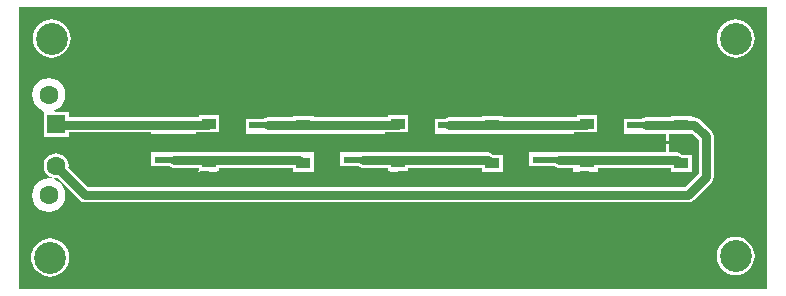
<source format=gtl>
G04*
G04 #@! TF.GenerationSoftware,Altium Limited,Altium Designer,20.0.9 (164)*
G04*
G04 Layer_Physical_Order=1*
G04 Layer_Color=255*
%FSLAX25Y25*%
%MOIN*%
G70*
G01*
G75*
%ADD10C,0.01000*%
%ADD12R,0.04803X0.03583*%
%ADD13R,0.12992X0.01968*%
%ADD14R,0.12992X0.05118*%
%ADD23C,0.03000*%
%ADD24C,0.10630*%
%ADD25R,0.06299X0.06299*%
%ADD26C,0.06299*%
%ADD27C,0.02362*%
%ADD28C,0.01968*%
G36*
X250971Y1529D02*
X1529D01*
Y95471D01*
X250971D01*
Y1529D01*
D02*
G37*
%LPC*%
G36*
X240500Y91346D02*
X239262Y91224D01*
X238072Y90863D01*
X236975Y90276D01*
X236013Y89487D01*
X235224Y88525D01*
X234637Y87428D01*
X234276Y86238D01*
X234155Y85000D01*
X234276Y83762D01*
X234637Y82572D01*
X235224Y81475D01*
X236013Y80513D01*
X236975Y79724D01*
X238072Y79137D01*
X239262Y78776D01*
X240500Y78654D01*
X241738Y78776D01*
X242928Y79137D01*
X244025Y79724D01*
X244987Y80513D01*
X245776Y81475D01*
X246362Y82572D01*
X246724Y83762D01*
X246846Y85000D01*
X246724Y86238D01*
X246362Y87428D01*
X245776Y88525D01*
X244987Y89487D01*
X244025Y90276D01*
X242928Y90863D01*
X241738Y91224D01*
X240500Y91346D01*
D02*
G37*
G36*
X12500D02*
X11262Y91224D01*
X10072Y90863D01*
X8975Y90276D01*
X8013Y89487D01*
X7224Y88525D01*
X6638Y87428D01*
X6276Y86238D01*
X6154Y85000D01*
X6276Y83762D01*
X6638Y82572D01*
X7224Y81475D01*
X8013Y80513D01*
X8975Y79724D01*
X10072Y79137D01*
X11262Y78776D01*
X12370Y78667D01*
D01*
X12500Y78654D01*
X13738Y78776D01*
X14928Y79137D01*
X16025Y79724D01*
X16987Y80513D01*
X17776Y81475D01*
X18362Y82572D01*
X18724Y83762D01*
X18846Y85000D01*
X18724Y86238D01*
X18362Y87428D01*
X17776Y88525D01*
X16987Y89487D01*
X16025Y90276D01*
X14928Y90863D01*
X13738Y91224D01*
X12500Y91346D01*
D02*
G37*
G36*
X131354Y59405D02*
X124551D01*
Y58868D01*
X99858D01*
Y59091D01*
X93055D01*
Y58848D01*
X84646D01*
X84646Y58848D01*
X83670Y58654D01*
X83115Y58284D01*
X77150D01*
Y54453D01*
Y54431D01*
Y54315D01*
X77150Y54315D01*
Y53953D01*
X77150D01*
Y53150D01*
X123638D01*
Y53770D01*
X127819D01*
X128085Y53823D01*
X131354D01*
Y54169D01*
Y58823D01*
Y59405D01*
D02*
G37*
G36*
X194346D02*
X187543D01*
Y58848D01*
X162850D01*
Y59091D01*
X156047D01*
Y58848D01*
X145000D01*
X144025Y58654D01*
X143470Y58284D01*
X140142D01*
Y54453D01*
Y54431D01*
Y54315D01*
X140142Y54315D01*
Y53953D01*
X140142D01*
Y53150D01*
X186630D01*
Y53750D01*
X190551D01*
X190916Y53823D01*
X194346D01*
Y54169D01*
Y58823D01*
Y59405D01*
D02*
G37*
G36*
X11520Y71823D02*
X10077Y71633D01*
X8732Y71076D01*
X7577Y70190D01*
X6691Y69036D01*
X6134Y67691D01*
X5944Y66248D01*
X6134Y64805D01*
X6691Y63460D01*
X7577Y62306D01*
X8732Y61420D01*
X9731Y61006D01*
X9850Y60555D01*
X9850Y60415D01*
Y52256D01*
X18150D01*
Y53762D01*
X45654D01*
Y53150D01*
X60646D01*
Y53762D01*
X64567D01*
X64872Y53823D01*
X68362D01*
Y54169D01*
Y58823D01*
Y59405D01*
X61559D01*
Y58860D01*
X18150D01*
Y60555D01*
X13527D01*
X13427Y61055D01*
X14307Y61420D01*
X15462Y62306D01*
X16348Y63460D01*
X16905Y64805D01*
X17095Y66248D01*
X16905Y67691D01*
X16348Y69036D01*
X15462Y70190D01*
X14307Y71076D01*
X12963Y71633D01*
D01*
X11520Y71823D01*
D02*
G37*
G36*
X218126Y49894D02*
X217323D01*
Y47244D01*
X203134D01*
Y47037D01*
X199252D01*
X199232Y47244D01*
X197618D01*
X197598Y47037D01*
X193740D01*
X193720Y47244D01*
X192107D01*
X192086Y47037D01*
X188229D01*
X188208Y47244D01*
X171491D01*
X171638Y46835D01*
Y46472D01*
X171638D01*
X171638Y46335D01*
Y46224D01*
D01*
Y42504D01*
X179970D01*
X180525Y42133D01*
X181500Y41939D01*
X186221D01*
Y40551D01*
X186221Y40551D01*
X186221D01*
X186220Y40551D01*
X188636D01*
X188745Y40909D01*
X191570D01*
X191678Y40551D01*
X194488D01*
Y40551D01*
X194488Y40551D01*
X194488Y40551D01*
Y41939D01*
X219039D01*
Y40595D01*
X225842D01*
Y46177D01*
X222861D01*
X222747Y46291D01*
X221920Y46843D01*
X220945Y47037D01*
X218126D01*
Y49894D01*
D02*
G37*
G36*
X155134Y47244D02*
X136989D01*
X136968Y47037D01*
X133110D01*
X133090Y47244D01*
X131477D01*
X131456Y47037D01*
X127599D01*
X127578Y47244D01*
X125965D01*
X125945Y47037D01*
X123638D01*
Y47244D01*
X108646D01*
Y46835D01*
X108646Y46835D01*
Y46472D01*
X108646D01*
X108646Y46335D01*
Y42504D01*
X114611D01*
X115166Y42133D01*
X116142Y41939D01*
X124551D01*
Y40909D01*
X125428D01*
X125537Y40551D01*
X128006D01*
X128115Y40909D01*
X130940D01*
X131049Y40551D01*
X131783D01*
Y40551D01*
X131102D01*
Y40945D01*
X131536D01*
X131354Y41131D01*
Y41939D01*
X156047D01*
Y41070D01*
X156047Y40660D01*
X155925Y40551D01*
X156122D01*
X156146Y40595D01*
X156520Y40595D01*
X158096D01*
X158108Y40551D01*
X161577D01*
X161589Y40595D01*
X162850D01*
Y46177D01*
X159869D01*
X159755Y46291D01*
X158928Y46843D01*
X157953Y47037D01*
X155134D01*
Y47244D01*
D02*
G37*
G36*
X100023D02*
X45654D01*
Y46972D01*
X45654Y46835D01*
X45654Y46835D01*
Y46472D01*
X45654D01*
X45654Y46335D01*
Y42504D01*
X51619D01*
X52174Y42133D01*
X53150Y41939D01*
X61559D01*
Y41131D01*
X61144Y40704D01*
X61130Y40707D01*
Y40551D01*
X61865D01*
X61974Y40909D01*
X64798D01*
X64907Y40551D01*
X67377D01*
X67485Y40909D01*
X68362D01*
Y41939D01*
X93055D01*
Y40678D01*
X92850Y40637D01*
X92721Y40551D01*
X95436D01*
X95447Y40595D01*
X97466D01*
X97478Y40551D01*
X100000D01*
Y40945D01*
D01*
Y41965D01*
D01*
Y46224D01*
D01*
Y47068D01*
X100023Y47244D01*
D02*
G37*
G36*
X133263Y40551D02*
X132783D01*
Y40551D01*
X133263D01*
X133263Y40551D01*
D02*
G37*
G36*
X137295D02*
X136816D01*
X136816Y40551D01*
X137295D01*
Y40551D01*
D02*
G37*
G36*
X138775D02*
X138295D01*
Y40551D01*
X138775D01*
X138775Y40551D01*
D02*
G37*
G36*
X142807D02*
X142327D01*
X142327Y40551D01*
X142807D01*
Y40551D01*
D02*
G37*
G36*
X144287D02*
X143807D01*
Y40551D01*
X144287D01*
X144287Y40551D01*
D02*
G37*
G36*
X148319D02*
X147839D01*
X147839Y40551D01*
X148319D01*
Y40551D01*
D02*
G37*
G36*
X149799D02*
X149319D01*
Y40551D01*
X149799D01*
X149799Y40551D01*
D02*
G37*
G36*
X153831D02*
X153351D01*
X153351Y40551D01*
X153831D01*
Y40551D01*
D02*
G37*
G36*
X155310D02*
X154831D01*
Y40551D01*
X155310D01*
X155310Y40551D01*
D02*
G37*
G36*
X164854D02*
X164374D01*
X164374Y40551D01*
X164854D01*
Y40551D01*
D02*
G37*
G36*
X166334D02*
X165854D01*
Y40551D01*
X166334D01*
X166334Y40551D01*
D02*
G37*
G36*
X170366D02*
X169886D01*
X169886Y40551D01*
X170366D01*
Y40551D01*
D02*
G37*
G36*
X171846D02*
X171366D01*
Y40551D01*
X171846D01*
X171846Y40551D01*
D02*
G37*
G36*
X175878D02*
X175398D01*
X175398Y40551D01*
X175878D01*
Y40551D01*
D02*
G37*
G36*
X177358D02*
X176878D01*
Y40551D01*
X177358D01*
X177358Y40551D01*
D02*
G37*
G36*
X181390D02*
X180910D01*
X180910Y40551D01*
X181390D01*
Y40551D01*
D02*
G37*
G36*
X182870D02*
X182390D01*
Y40551D01*
X182870D01*
X182870Y40551D01*
D02*
G37*
G36*
X197925D02*
X197445D01*
X197445Y40551D01*
X197925D01*
Y40551D01*
D02*
G37*
G36*
X199405D02*
X198925D01*
Y40551D01*
X199405D01*
X199405Y40551D01*
D02*
G37*
G36*
X203437D02*
X202957D01*
X202957Y40551D01*
X203437D01*
Y40551D01*
D02*
G37*
G36*
X204917D02*
X204437D01*
Y40551D01*
X204917D01*
X204917Y40551D01*
D02*
G37*
G36*
X208949D02*
X208469D01*
X208469Y40551D01*
X208949D01*
Y40551D01*
D02*
G37*
G36*
X210429D02*
X209949D01*
Y40551D01*
X210429D01*
X210429Y40551D01*
D02*
G37*
G36*
X214461D02*
X213981D01*
X213981Y40551D01*
X214461D01*
Y40551D01*
D02*
G37*
G36*
X215940D02*
X215461D01*
Y40551D01*
X215940D01*
X215940Y40551D01*
D02*
G37*
G36*
X225842Y59091D02*
X219039D01*
Y58848D01*
X210630D01*
X209654Y58654D01*
X209100Y58284D01*
X203134D01*
Y54453D01*
Y54431D01*
Y54315D01*
X203134Y54315D01*
Y53953D01*
X203134D01*
Y53150D01*
X217323D01*
Y50894D01*
X218126D01*
Y53150D01*
X226316D01*
X228160Y51306D01*
Y40032D01*
X223676Y35549D01*
X24682D01*
X18118Y42113D01*
X18185Y42626D01*
X18043Y43709D01*
X17625Y44719D01*
X16960Y45586D01*
X16093Y46251D01*
X15083Y46669D01*
X14000Y46811D01*
X12917Y46669D01*
X11907Y46251D01*
X11040Y45586D01*
X10375Y44719D01*
X9957Y43709D01*
X9815Y42626D01*
X9957Y41543D01*
X10375Y40533D01*
X11040Y39667D01*
X11907Y39001D01*
X12577Y38724D01*
X12447Y38237D01*
X11520Y38359D01*
X10077Y38169D01*
X8732Y37612D01*
X7577Y36726D01*
X6691Y35571D01*
X6134Y34226D01*
X5944Y32783D01*
X6134Y31341D01*
X6691Y29996D01*
X7577Y28841D01*
X8732Y27955D01*
X10077Y27398D01*
X11520Y27208D01*
X12000Y27271D01*
D01*
X12963Y27398D01*
X14307Y27955D01*
X15462Y28841D01*
X16348Y29996D01*
X16905Y31341D01*
X17095Y32783D01*
X16905Y34226D01*
X16348Y35571D01*
X15462Y36726D01*
X14307Y37612D01*
X13302Y38028D01*
X13433Y38515D01*
X14000Y38441D01*
X14513Y38508D01*
X21824Y31198D01*
X22650Y30645D01*
X23626Y30451D01*
X224732D01*
X225708Y30645D01*
X226535Y31198D01*
X227134Y31797D01*
D01*
X232511Y37174D01*
X233064Y38001D01*
X233258Y38976D01*
Y52362D01*
X233064Y53338D01*
X232511Y54165D01*
X228574Y58102D01*
X228302Y58284D01*
X227747Y58654D01*
X226772Y58848D01*
X225842D01*
Y59091D01*
D02*
G37*
G36*
X240500Y18846D02*
X239262Y18724D01*
X238072Y18362D01*
X236975Y17776D01*
X236013Y16987D01*
X235224Y16025D01*
X234637Y14928D01*
X234276Y13738D01*
X234155Y12500D01*
X234276Y11262D01*
X234637Y10072D01*
X235224Y8975D01*
X236013Y8013D01*
X236975Y7224D01*
X238072Y6638D01*
X239262Y6276D01*
X240500Y6154D01*
X241738Y6276D01*
X242928Y6638D01*
X244025Y7224D01*
X244987Y8013D01*
X245776Y8975D01*
X246362Y10072D01*
X246724Y11262D01*
X246846Y12500D01*
X246724Y13738D01*
X246362Y14928D01*
X245776Y16025D01*
X244987Y16987D01*
X244025Y17776D01*
X242928Y18362D01*
X241738Y18724D01*
X240500Y18846D01*
D02*
G37*
G36*
X12000Y18346D02*
X10762Y18224D01*
X9572Y17863D01*
X8475Y17276D01*
X7513Y16487D01*
X6724Y15525D01*
X6137Y14428D01*
X5776Y13238D01*
X5655Y12000D01*
X5776Y10762D01*
X6137Y9572D01*
X6724Y8475D01*
X7513Y7513D01*
X8475Y6724D01*
X9572Y6137D01*
X10762Y5776D01*
X12000Y5655D01*
X13238Y5776D01*
X14428Y6137D01*
X15525Y6724D01*
X16487Y7513D01*
X17276Y8475D01*
X17863Y9572D01*
X18224Y10762D01*
X18346Y12000D01*
X18224Y13238D01*
X17863Y14428D01*
X17276Y15525D01*
X16487Y16487D01*
X15525Y17276D01*
X14428Y17863D01*
X13238Y18224D01*
X12000Y18346D01*
D02*
G37*
%LPD*%
D10*
X222047Y56299D02*
X222047Y56299D01*
X95705Y43701D02*
X96000Y43406D01*
X14000Y56406D02*
X14095Y56311D01*
D12*
X64961Y56614D02*
D03*
Y43701D02*
D03*
X222441Y56299D02*
D03*
Y43386D02*
D03*
X190945Y43701D02*
D03*
Y56614D02*
D03*
X159449Y56299D02*
D03*
Y43386D02*
D03*
X127953Y43701D02*
D03*
Y56614D02*
D03*
X96457Y56299D02*
D03*
Y43386D02*
D03*
D13*
X53150Y44488D02*
D03*
Y56299D02*
D03*
X84646Y44488D02*
D03*
Y56299D02*
D03*
X116142Y56299D02*
D03*
Y44488D02*
D03*
X147638Y44488D02*
D03*
Y56299D02*
D03*
X179134Y56299D02*
D03*
Y44488D02*
D03*
X210630Y44488D02*
D03*
Y56299D02*
D03*
D14*
X53150Y50394D02*
D03*
X84646D02*
D03*
X116142D02*
D03*
X147638D02*
D03*
X179134D02*
D03*
X210630D02*
D03*
D23*
X190551Y44488D02*
X210630D01*
X53150Y56311D02*
X64567D01*
X226772Y56299D02*
X230709Y52362D01*
Y38976D02*
Y52362D01*
X224732Y33000D02*
X230709Y38976D01*
X23626Y33000D02*
X224732D01*
X210630Y44488D02*
X220945D01*
X181500D02*
X190551D01*
X220945D02*
X222047Y43386D01*
X147638Y44488D02*
X157953D01*
X116142D02*
X147638D01*
X157953D02*
X159055Y43386D01*
X84646Y44488D02*
X94917D01*
X53150D02*
X84646D01*
X94917D02*
X95852Y43553D01*
X210630Y56299D02*
X222047D01*
X179134Y56299D02*
X190551D01*
X145000D02*
X159055D01*
X222047D02*
X226772D01*
X159055D02*
X179134D01*
X14095Y56311D02*
X53150D01*
X84646Y56299D02*
X84646Y56299D01*
X116142Y56319D02*
X127819D01*
X96000D02*
X116142D01*
X14000Y42626D02*
X23626Y33000D01*
X84646Y56299D02*
X96457D01*
D24*
X240500Y12500D02*
D03*
X12000Y12000D02*
D03*
X240500Y85000D02*
D03*
X12500D02*
D03*
D25*
X14000Y56406D02*
D03*
D26*
Y42626D02*
D03*
X11520Y66248D02*
D03*
Y32783D02*
D03*
D27*
X223228Y88189D02*
D03*
X220472Y82677D02*
D03*
X223228Y77165D02*
D03*
X220472Y71653D02*
D03*
X223228Y66142D02*
D03*
X220472Y27559D02*
D03*
X223228Y22047D02*
D03*
X220472Y16535D02*
D03*
X223228Y11024D02*
D03*
X220472Y5512D02*
D03*
X217717Y88189D02*
D03*
X214961Y82677D02*
D03*
X217717Y77165D02*
D03*
X214961Y71653D02*
D03*
X217717Y66142D02*
D03*
X214961Y38583D02*
D03*
Y27559D02*
D03*
X217717Y22047D02*
D03*
X214961Y16535D02*
D03*
X217717Y11024D02*
D03*
X214961Y5512D02*
D03*
X212205Y88189D02*
D03*
X209449Y82677D02*
D03*
X212205Y77165D02*
D03*
X209449Y71653D02*
D03*
X212205Y66142D02*
D03*
X209449Y38583D02*
D03*
Y27559D02*
D03*
X212205Y22047D02*
D03*
X209449Y16535D02*
D03*
X212205Y11024D02*
D03*
X209449Y5512D02*
D03*
X206693Y88189D02*
D03*
X203937Y82677D02*
D03*
X206693Y77165D02*
D03*
X203937Y71653D02*
D03*
X206693Y66142D02*
D03*
X203937Y38583D02*
D03*
Y27559D02*
D03*
X206693Y22047D02*
D03*
X203937Y16535D02*
D03*
X206693Y11024D02*
D03*
X203937Y5512D02*
D03*
X201181Y88189D02*
D03*
X198425Y82677D02*
D03*
X201181Y77165D02*
D03*
X198425Y71653D02*
D03*
X201181Y66142D02*
D03*
X198425Y49606D02*
D03*
Y38583D02*
D03*
Y27559D02*
D03*
X201181Y22047D02*
D03*
X198425Y16535D02*
D03*
X201181Y11024D02*
D03*
X198425Y5512D02*
D03*
X195669Y88189D02*
D03*
X192913Y82677D02*
D03*
X195669Y77165D02*
D03*
X192913Y71653D02*
D03*
X195669Y66142D02*
D03*
X192913Y49606D02*
D03*
Y38583D02*
D03*
Y27559D02*
D03*
X195669Y22047D02*
D03*
X192913Y16535D02*
D03*
X195669Y11024D02*
D03*
X192913Y5512D02*
D03*
X190157Y88189D02*
D03*
X187401Y82677D02*
D03*
X190157Y77165D02*
D03*
X187401Y71653D02*
D03*
X190157Y66142D02*
D03*
X187401Y49606D02*
D03*
Y38583D02*
D03*
Y27559D02*
D03*
X190157Y22047D02*
D03*
X187401Y16535D02*
D03*
X190157Y11024D02*
D03*
X187401Y5512D02*
D03*
X184646Y88189D02*
D03*
X181890Y82677D02*
D03*
X184646Y77165D02*
D03*
X181890Y71653D02*
D03*
X184646Y66142D02*
D03*
X181890Y38583D02*
D03*
Y27559D02*
D03*
X184646Y22047D02*
D03*
X181890Y16535D02*
D03*
X184646Y11024D02*
D03*
X181890Y5512D02*
D03*
X179134Y88189D02*
D03*
X176378Y82677D02*
D03*
X179134Y77165D02*
D03*
X176378Y71653D02*
D03*
X179134Y66142D02*
D03*
X176378Y38583D02*
D03*
Y27559D02*
D03*
X179134Y22047D02*
D03*
X176378Y16535D02*
D03*
X179134Y11024D02*
D03*
X176378Y5512D02*
D03*
X173622Y88189D02*
D03*
X170866Y82677D02*
D03*
X173622Y77165D02*
D03*
X170866Y71653D02*
D03*
X173622Y66142D02*
D03*
X170866Y49606D02*
D03*
Y38583D02*
D03*
Y27559D02*
D03*
X173622Y22047D02*
D03*
X170866Y16535D02*
D03*
X173622Y11024D02*
D03*
X170866Y5512D02*
D03*
X168110Y88189D02*
D03*
X165354Y82677D02*
D03*
X168110Y77165D02*
D03*
X165354Y71653D02*
D03*
X168110Y66142D02*
D03*
X165354Y49606D02*
D03*
Y38583D02*
D03*
Y27559D02*
D03*
X168110Y22047D02*
D03*
X165354Y16535D02*
D03*
X168110Y11024D02*
D03*
X165354Y5512D02*
D03*
X162598Y88189D02*
D03*
X159843Y82677D02*
D03*
X162598Y77165D02*
D03*
X159843Y71653D02*
D03*
X162598Y66142D02*
D03*
X159843Y49606D02*
D03*
Y38583D02*
D03*
Y27559D02*
D03*
X162598Y22047D02*
D03*
X159843Y16535D02*
D03*
X162598Y11024D02*
D03*
X159843Y5512D02*
D03*
X157087Y88189D02*
D03*
X154331Y82677D02*
D03*
X157087Y77165D02*
D03*
X154331Y71653D02*
D03*
X157087Y66142D02*
D03*
X154331Y38583D02*
D03*
Y27559D02*
D03*
X157087Y22047D02*
D03*
X154331Y16535D02*
D03*
X157087Y11024D02*
D03*
X154331Y5512D02*
D03*
X151575Y88189D02*
D03*
X148819Y82677D02*
D03*
X151575Y77165D02*
D03*
X148819Y71653D02*
D03*
X151575Y66142D02*
D03*
X148819Y38583D02*
D03*
Y27559D02*
D03*
X151575Y22047D02*
D03*
X148819Y16535D02*
D03*
X151575Y11024D02*
D03*
X148819Y5512D02*
D03*
X146063Y88189D02*
D03*
X143307Y82677D02*
D03*
X146063Y77165D02*
D03*
X143307Y71653D02*
D03*
X146063Y66142D02*
D03*
X143307Y38583D02*
D03*
Y27559D02*
D03*
X146063Y22047D02*
D03*
X143307Y16535D02*
D03*
X146063Y11024D02*
D03*
X143307Y5512D02*
D03*
X140551Y88189D02*
D03*
X137795Y82677D02*
D03*
X140551Y77165D02*
D03*
X137795Y71653D02*
D03*
X140551Y66142D02*
D03*
X137795Y49606D02*
D03*
Y38583D02*
D03*
Y27559D02*
D03*
X140551Y22047D02*
D03*
X137795Y16535D02*
D03*
X140551Y11024D02*
D03*
X137795Y5512D02*
D03*
X135039Y88189D02*
D03*
X132283Y82677D02*
D03*
X135039Y77165D02*
D03*
X132283Y71653D02*
D03*
X135039Y66142D02*
D03*
X132283Y49606D02*
D03*
Y38583D02*
D03*
Y27559D02*
D03*
X135039Y22047D02*
D03*
X132283Y16535D02*
D03*
X135039Y11024D02*
D03*
X132283Y5512D02*
D03*
X129527Y88189D02*
D03*
X126772Y82677D02*
D03*
X129527Y77165D02*
D03*
X126772Y71653D02*
D03*
X129527Y66142D02*
D03*
X126772Y49606D02*
D03*
Y38583D02*
D03*
Y27559D02*
D03*
X129527Y22047D02*
D03*
X126772Y16535D02*
D03*
X129527Y11024D02*
D03*
X126772Y5512D02*
D03*
X124016Y88189D02*
D03*
X121260Y82677D02*
D03*
X124016Y77165D02*
D03*
X121260Y71653D02*
D03*
X124016Y66142D02*
D03*
X121260Y38583D02*
D03*
Y27559D02*
D03*
X124016Y22047D02*
D03*
X121260Y16535D02*
D03*
X124016Y11024D02*
D03*
X121260Y5512D02*
D03*
X118504Y88189D02*
D03*
X115748Y82677D02*
D03*
X118504Y77165D02*
D03*
X115748Y71653D02*
D03*
X118504Y66142D02*
D03*
X115748Y38583D02*
D03*
Y27559D02*
D03*
X118504Y22047D02*
D03*
X115748Y16535D02*
D03*
X118504Y11024D02*
D03*
X115748Y5512D02*
D03*
X112992Y88189D02*
D03*
X110236Y82677D02*
D03*
X112992Y77165D02*
D03*
X110236Y71653D02*
D03*
X112992Y66142D02*
D03*
X110236Y38583D02*
D03*
Y27559D02*
D03*
X112992Y22047D02*
D03*
X110236Y16535D02*
D03*
X112992Y11024D02*
D03*
X110236Y5512D02*
D03*
X107480Y88189D02*
D03*
X104724Y82677D02*
D03*
X107480Y77165D02*
D03*
X104724Y71653D02*
D03*
X107480Y66142D02*
D03*
X104724Y49606D02*
D03*
Y38583D02*
D03*
Y27559D02*
D03*
X107480Y22047D02*
D03*
X104724Y16535D02*
D03*
X107480Y11024D02*
D03*
X104724Y5512D02*
D03*
X101969Y88189D02*
D03*
X99213Y82677D02*
D03*
X101969Y77165D02*
D03*
X99213Y71653D02*
D03*
X101969Y66142D02*
D03*
X99213Y49606D02*
D03*
Y38583D02*
D03*
Y27559D02*
D03*
X101969Y22047D02*
D03*
X99213Y16535D02*
D03*
X101969Y11024D02*
D03*
X99213Y5512D02*
D03*
X96457Y88189D02*
D03*
X93701Y82677D02*
D03*
X96457Y77165D02*
D03*
X93701Y71653D02*
D03*
X96457Y66142D02*
D03*
X93701Y49606D02*
D03*
Y38583D02*
D03*
Y27559D02*
D03*
X96457Y22047D02*
D03*
X93701Y16535D02*
D03*
X96457Y11024D02*
D03*
X93701Y5512D02*
D03*
X90945Y88189D02*
D03*
X88189Y82677D02*
D03*
X90945Y77165D02*
D03*
X88189Y71653D02*
D03*
X90945Y66142D02*
D03*
X88189Y38583D02*
D03*
Y27559D02*
D03*
X90945Y22047D02*
D03*
X88189Y16535D02*
D03*
X90945Y11024D02*
D03*
X88189Y5512D02*
D03*
X85433Y88189D02*
D03*
X82677Y82677D02*
D03*
X85433Y77165D02*
D03*
X82677Y71653D02*
D03*
X85433Y66142D02*
D03*
X82677Y38583D02*
D03*
Y27559D02*
D03*
X85433Y22047D02*
D03*
X82677Y16535D02*
D03*
X85433Y11024D02*
D03*
X82677Y5512D02*
D03*
X79921Y88189D02*
D03*
X77165Y82677D02*
D03*
X79921Y77165D02*
D03*
X77165Y71653D02*
D03*
X79921Y66142D02*
D03*
X77165Y38583D02*
D03*
Y27559D02*
D03*
X79921Y22047D02*
D03*
X77165Y16535D02*
D03*
X79921Y11024D02*
D03*
X77165Y5512D02*
D03*
X74409Y88189D02*
D03*
X71653Y82677D02*
D03*
X74409Y77165D02*
D03*
X71653Y71653D02*
D03*
X74409Y66142D02*
D03*
X71653Y49606D02*
D03*
Y38583D02*
D03*
Y27559D02*
D03*
X74409Y22047D02*
D03*
X71653Y16535D02*
D03*
X74409Y11024D02*
D03*
X71653Y5512D02*
D03*
X68898Y88189D02*
D03*
X66142Y82677D02*
D03*
X68898Y77165D02*
D03*
X66142Y71653D02*
D03*
X68898Y66142D02*
D03*
X66142Y49606D02*
D03*
Y38583D02*
D03*
Y27559D02*
D03*
X68898Y22047D02*
D03*
X66142Y16535D02*
D03*
X68898Y11024D02*
D03*
X66142Y5512D02*
D03*
X63386Y88189D02*
D03*
X60630Y82677D02*
D03*
X63386Y77165D02*
D03*
X60630Y71653D02*
D03*
X63386Y66142D02*
D03*
X60630Y38583D02*
D03*
Y27559D02*
D03*
X63386Y22047D02*
D03*
X60630Y16535D02*
D03*
X63386Y11024D02*
D03*
X60630Y5512D02*
D03*
X57874Y88189D02*
D03*
X55118Y82677D02*
D03*
X57874Y77165D02*
D03*
X55118Y71653D02*
D03*
X57874Y66142D02*
D03*
X55118Y38583D02*
D03*
Y27559D02*
D03*
X57874Y22047D02*
D03*
X55118Y16535D02*
D03*
X57874Y11024D02*
D03*
X55118Y5512D02*
D03*
X52362Y88189D02*
D03*
X49606Y82677D02*
D03*
X52362Y77165D02*
D03*
X49606Y71653D02*
D03*
X52362Y66142D02*
D03*
X49606Y38583D02*
D03*
Y27559D02*
D03*
X52362Y22047D02*
D03*
X49606Y16535D02*
D03*
X52362Y11024D02*
D03*
X49606Y5512D02*
D03*
X46850Y88189D02*
D03*
X44094Y82677D02*
D03*
X46850Y77165D02*
D03*
X44094Y71653D02*
D03*
X46850Y66142D02*
D03*
X44094Y38583D02*
D03*
Y27559D02*
D03*
X46850Y22047D02*
D03*
X44094Y16535D02*
D03*
X46850Y11024D02*
D03*
X44094Y5512D02*
D03*
X41339Y88189D02*
D03*
X38583Y82677D02*
D03*
X41339Y77165D02*
D03*
X38583Y71653D02*
D03*
X41339Y66142D02*
D03*
X38583Y49606D02*
D03*
Y38583D02*
D03*
Y27559D02*
D03*
X41339Y22047D02*
D03*
X38583Y16535D02*
D03*
X41339Y11024D02*
D03*
X38583Y5512D02*
D03*
X35827Y88189D02*
D03*
X33071Y82677D02*
D03*
X35827Y77165D02*
D03*
X33071Y71653D02*
D03*
X35827Y66142D02*
D03*
X33071Y49606D02*
D03*
X35827Y44094D02*
D03*
X33071Y38583D02*
D03*
Y27559D02*
D03*
X35827Y22047D02*
D03*
X33071Y16535D02*
D03*
X35827Y11024D02*
D03*
X33071Y5512D02*
D03*
X30315Y88189D02*
D03*
X27559Y82677D02*
D03*
X30315Y77165D02*
D03*
X27559Y71653D02*
D03*
X30315Y66142D02*
D03*
X27559Y49606D02*
D03*
X30315Y44094D02*
D03*
X27559Y38583D02*
D03*
Y27559D02*
D03*
X30315Y22047D02*
D03*
X27559Y16535D02*
D03*
X30315Y11024D02*
D03*
X27559Y5512D02*
D03*
X24803Y44094D02*
D03*
X48425Y50394D02*
D03*
X214961D02*
D03*
X205906D02*
D03*
X183465D02*
D03*
X174409D02*
D03*
X151969D02*
D03*
X142913D02*
D03*
X57480D02*
D03*
X120472D02*
D03*
X111417D02*
D03*
X79921D02*
D03*
D28*
X88976D02*
D03*
M02*

</source>
